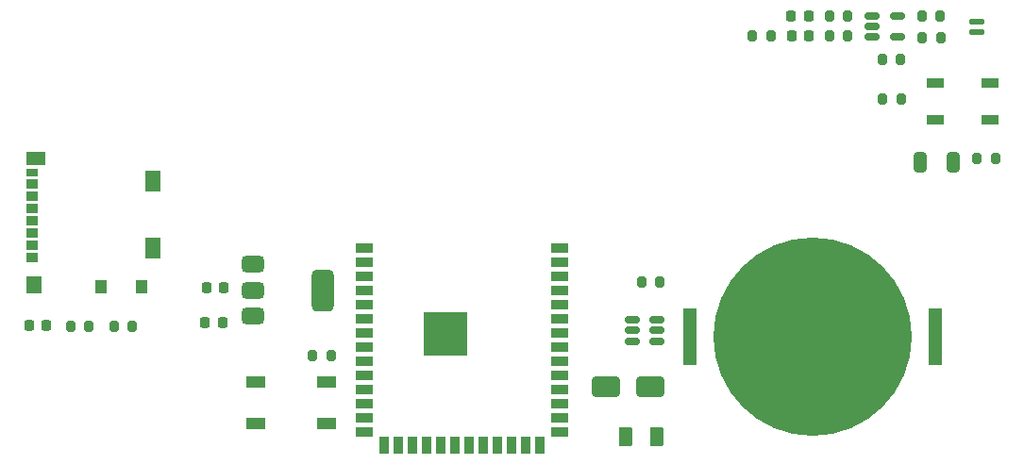
<source format=gbr>
%TF.GenerationSoftware,KiCad,Pcbnew,8.0.6*%
%TF.CreationDate,2025-05-20T21:00:01-04:00*%
%TF.ProjectId,aquasage,61717561-7361-4676-952e-6b696361645f,rev?*%
%TF.SameCoordinates,Original*%
%TF.FileFunction,Soldermask,Top*%
%TF.FilePolarity,Negative*%
%FSLAX46Y46*%
G04 Gerber Fmt 4.6, Leading zero omitted, Abs format (unit mm)*
G04 Created by KiCad (PCBNEW 8.0.6) date 2025-05-20 21:00:01*
%MOMM*%
%LPD*%
G01*
G04 APERTURE LIST*
G04 Aperture macros list*
%AMRoundRect*
0 Rectangle with rounded corners*
0 $1 Rounding radius*
0 $2 $3 $4 $5 $6 $7 $8 $9 X,Y pos of 4 corners*
0 Add a 4 corners polygon primitive as box body*
4,1,4,$2,$3,$4,$5,$6,$7,$8,$9,$2,$3,0*
0 Add four circle primitives for the rounded corners*
1,1,$1+$1,$2,$3*
1,1,$1+$1,$4,$5*
1,1,$1+$1,$6,$7*
1,1,$1+$1,$8,$9*
0 Add four rect primitives between the rounded corners*
20,1,$1+$1,$2,$3,$4,$5,0*
20,1,$1+$1,$4,$5,$6,$7,0*
20,1,$1+$1,$6,$7,$8,$9,0*
20,1,$1+$1,$8,$9,$2,$3,0*%
G04 Aperture macros list end*
%ADD10RoundRect,0.125000X-0.537500X-0.125000X0.537500X-0.125000X0.537500X0.125000X-0.537500X0.125000X0*%
%ADD11RoundRect,0.150000X-0.512500X-0.150000X0.512500X-0.150000X0.512500X0.150000X-0.512500X0.150000X0*%
%ADD12RoundRect,0.375000X-0.625000X-0.375000X0.625000X-0.375000X0.625000X0.375000X-0.625000X0.375000X0*%
%ADD13RoundRect,0.500000X-0.500000X-1.400000X0.500000X-1.400000X0.500000X1.400000X-0.500000X1.400000X0*%
%ADD14C,0.600000*%
%ADD15R,3.900000X3.900000*%
%ADD16R,1.500000X0.900000*%
%ADD17R,0.900000X1.500000*%
%ADD18RoundRect,0.200000X-0.200000X-0.275000X0.200000X-0.275000X0.200000X0.275000X-0.200000X0.275000X0*%
%ADD19R,1.700000X1.000000*%
%ADD20R,1.800000X1.170000*%
%ADD21R,1.350000X1.900000*%
%ADD22R,1.350000X1.550000*%
%ADD23R,1.000000X1.200000*%
%ADD24R,1.100000X0.750000*%
%ADD25R,1.100000X0.850000*%
%ADD26RoundRect,0.250000X-0.375000X-0.625000X0.375000X-0.625000X0.375000X0.625000X-0.375000X0.625000X0*%
%ADD27RoundRect,0.250000X-1.000000X-0.650000X1.000000X-0.650000X1.000000X0.650000X-1.000000X0.650000X0*%
%ADD28RoundRect,0.090000X-0.660000X-0.360000X0.660000X-0.360000X0.660000X0.360000X-0.660000X0.360000X0*%
%ADD29RoundRect,0.218750X-0.218750X-0.256250X0.218750X-0.256250X0.218750X0.256250X-0.218750X0.256250X0*%
%ADD30RoundRect,0.225000X-0.225000X-0.250000X0.225000X-0.250000X0.225000X0.250000X-0.225000X0.250000X0*%
%ADD31RoundRect,0.250000X-0.325000X-0.650000X0.325000X-0.650000X0.325000X0.650000X-0.325000X0.650000X0*%
%ADD32R,1.270000X5.080000*%
%ADD33C,17.800000*%
G04 APERTURE END LIST*
D10*
%TO.C,Q1*%
X144836900Y-28441400D03*
X144836900Y-29441400D03*
%TD*%
D11*
%TO.C,U4*%
X116179600Y-56195000D03*
X113904600Y-55245000D03*
X113904600Y-56195000D03*
X113904600Y-57145000D03*
X116179600Y-57145000D03*
X116179600Y-55245000D03*
%TD*%
%TO.C,U3*%
X135449900Y-27956200D03*
X135449900Y-28906200D03*
X135449900Y-29856200D03*
X137724900Y-29856200D03*
X137724900Y-27956200D03*
%TD*%
D12*
%TO.C,U2*%
X79907600Y-50278000D03*
X79907600Y-52578000D03*
D13*
X86207600Y-52578000D03*
D12*
X79907600Y-54878000D03*
%TD*%
D14*
%TO.C,U1*%
X98541200Y-57188000D03*
X98541200Y-55788000D03*
X97841200Y-57888000D03*
X97841200Y-56488000D03*
X97841200Y-55088000D03*
X97141200Y-57188000D03*
D15*
X97141200Y-56488000D03*
D14*
X97141200Y-55788000D03*
X96441200Y-57888000D03*
X96441200Y-56488000D03*
X96441200Y-55088000D03*
X95741200Y-57188000D03*
X95741200Y-55788000D03*
D16*
X107391200Y-48768000D03*
X107391200Y-50038000D03*
X107391200Y-51308000D03*
X107391200Y-52578000D03*
X107391200Y-53848000D03*
X107391200Y-55118000D03*
X107391200Y-56388000D03*
X107391200Y-57658000D03*
X107391200Y-58928000D03*
X107391200Y-60198000D03*
X107391200Y-61468000D03*
X107391200Y-62738000D03*
X107391200Y-64008000D03*
X107391200Y-65278000D03*
D17*
X105626200Y-66528000D03*
X104356200Y-66528000D03*
X103086200Y-66528000D03*
X101816200Y-66528000D03*
X100546200Y-66528000D03*
X99276200Y-66528000D03*
X98006200Y-66528000D03*
X96736200Y-66528000D03*
X95466200Y-66528000D03*
X94196200Y-66528000D03*
X92926200Y-66528000D03*
X91656200Y-66528000D03*
D16*
X89891200Y-65278000D03*
X89891200Y-64008000D03*
X89891200Y-62738000D03*
X89891200Y-61468000D03*
X89891200Y-60198000D03*
X89891200Y-58928000D03*
X89891200Y-57658000D03*
X89891200Y-56388000D03*
X89891200Y-55118000D03*
X89891200Y-53848000D03*
X89891200Y-52578000D03*
X89891200Y-51308000D03*
X89891200Y-50038000D03*
X89891200Y-48768000D03*
%TD*%
D18*
%TO.C,TH1*%
X136397400Y-35459400D03*
X138047400Y-35459400D03*
%TD*%
D19*
%TO.C,SW1*%
X86487000Y-64582200D03*
X80187000Y-64582200D03*
X86487000Y-60782200D03*
X80187000Y-60782200D03*
%TD*%
D18*
%TO.C,R11*%
X114757200Y-51866800D03*
X116407200Y-51866800D03*
%TD*%
%TO.C,R10*%
X124726600Y-29744400D03*
X126376600Y-29744400D03*
%TD*%
%TO.C,R9*%
X131622200Y-27991800D03*
X133272200Y-27991800D03*
%TD*%
%TO.C,R8*%
X67444800Y-55793000D03*
X69094800Y-55793000D03*
%TD*%
%TO.C,R7*%
X63520000Y-55793000D03*
X65170000Y-55793000D03*
%TD*%
%TO.C,R6*%
X144869400Y-40741600D03*
X146519400Y-40741600D03*
%TD*%
%TO.C,R5*%
X139889400Y-27966400D03*
X141539400Y-27966400D03*
%TD*%
%TO.C,R4*%
X138022000Y-31878000D03*
X136372000Y-31878000D03*
%TD*%
%TO.C,R3*%
X131622200Y-29744400D03*
X133272200Y-29744400D03*
%TD*%
%TO.C,R2*%
X141603400Y-29947600D03*
X139953400Y-29947600D03*
%TD*%
%TO.C,R1*%
X85243400Y-58445400D03*
X86893400Y-58445400D03*
%TD*%
D20*
%TO.C,J1*%
X60452000Y-40792400D03*
D21*
X70927000Y-42817400D03*
X70927000Y-48787400D03*
D22*
X60227000Y-52112400D03*
D23*
X69952000Y-52287400D03*
X66252000Y-52287400D03*
D24*
X60102000Y-42002400D03*
D25*
X60102000Y-43052400D03*
X60102000Y-44152400D03*
X60102000Y-45252400D03*
X60102000Y-46352400D03*
X60102000Y-47452400D03*
X60102000Y-48552400D03*
X60102000Y-49652400D03*
%TD*%
D26*
%TO.C,F1*%
X113328800Y-65735200D03*
X116128800Y-65735200D03*
%TD*%
D27*
%TO.C,D3*%
X111563400Y-61264800D03*
X115563400Y-61264800D03*
%TD*%
D28*
%TO.C,D2*%
X141110800Y-33986200D03*
X141110800Y-37286200D03*
X146010800Y-37286200D03*
X146010800Y-33986200D03*
%TD*%
D29*
%TO.C,D1*%
X128206400Y-29769800D03*
X129781400Y-29769800D03*
%TD*%
D30*
%TO.C,C6*%
X59849400Y-55742200D03*
X61399400Y-55742200D03*
%TD*%
D31*
%TO.C,C5*%
X139799800Y-41122600D03*
X142749800Y-41122600D03*
%TD*%
D30*
%TO.C,C3*%
X128192400Y-27966400D03*
X129742400Y-27966400D03*
%TD*%
%TO.C,C2*%
X75716800Y-52374800D03*
X77266800Y-52374800D03*
%TD*%
%TO.C,C1*%
X75602800Y-55499000D03*
X77152800Y-55499000D03*
%TD*%
D32*
%TO.C,BT1*%
X119139200Y-56794400D03*
X141109200Y-56794400D03*
D33*
X130124200Y-56794400D03*
%TD*%
M02*

</source>
